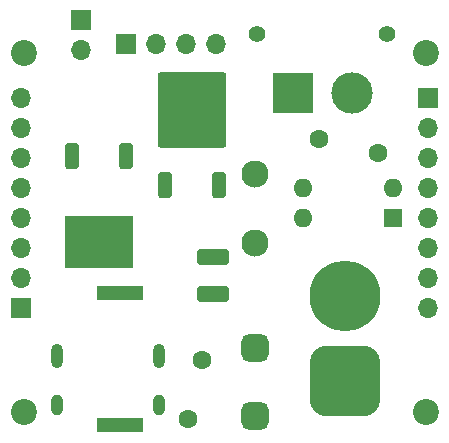
<source format=gbr>
%TF.GenerationSoftware,KiCad,Pcbnew,7.0.11*%
%TF.CreationDate,2025-01-11T04:22:48+09:00*%
%TF.ProjectId,PSU,5053552e-6b69-4636-9164-5f7063625858,rev?*%
%TF.SameCoordinates,Original*%
%TF.FileFunction,Soldermask,Bot*%
%TF.FilePolarity,Negative*%
%FSLAX46Y46*%
G04 Gerber Fmt 4.6, Leading zero omitted, Abs format (unit mm)*
G04 Created by KiCad (PCBNEW 7.0.11) date 2025-01-11 04:22:48*
%MOMM*%
%LPD*%
G01*
G04 APERTURE LIST*
G04 Aperture macros list*
%AMRoundRect*
0 Rectangle with rounded corners*
0 $1 Rounding radius*
0 $2 $3 $4 $5 $6 $7 $8 $9 X,Y pos of 4 corners*
0 Add a 4 corners polygon primitive as box body*
4,1,4,$2,$3,$4,$5,$6,$7,$8,$9,$2,$3,0*
0 Add four circle primitives for the rounded corners*
1,1,$1+$1,$2,$3*
1,1,$1+$1,$4,$5*
1,1,$1+$1,$6,$7*
1,1,$1+$1,$8,$9*
0 Add four rect primitives between the rounded corners*
20,1,$1+$1,$2,$3,$4,$5,0*
20,1,$1+$1,$4,$5,$6,$7,0*
20,1,$1+$1,$6,$7,$8,$9,0*
20,1,$1+$1,$8,$9,$2,$3,0*%
G04 Aperture macros list end*
%ADD10O,1.000000X2.100000*%
%ADD11O,1.000000X1.800000*%
%ADD12C,2.200000*%
%ADD13RoundRect,0.192239X-2.707761X2.037761X-2.707761X-2.037761X2.707761X-2.037761X2.707761X2.037761X0*%
%ADD14RoundRect,0.250000X-0.350000X0.850000X-0.350000X-0.850000X0.350000X-0.850000X0.350000X0.850000X0*%
%ADD15RoundRect,0.575000X0.575000X-0.575000X0.575000X0.575000X-0.575000X0.575000X-0.575000X-0.575000X0*%
%ADD16C,2.300000*%
%ADD17R,1.700000X1.700000*%
%ADD18O,1.700000X1.700000*%
%ADD19RoundRect,1.500000X1.500000X-1.500000X1.500000X1.500000X-1.500000X1.500000X-1.500000X-1.500000X0*%
%ADD20C,6.000000*%
%ADD21C,1.600000*%
%ADD22R,1.600000X1.600000*%
%ADD23O,1.600000X1.600000*%
%ADD24C,1.400000*%
%ADD25R,3.500000X3.500000*%
%ADD26C,3.500000*%
%ADD27RoundRect,0.250000X-1.100000X0.412500X-1.100000X-0.412500X1.100000X-0.412500X1.100000X0.412500X0*%
%ADD28R,4.000000X1.200000*%
%ADD29RoundRect,0.249997X2.650003X-2.950003X2.650003X2.950003X-2.650003X2.950003X-2.650003X-2.950003X0*%
%ADD30RoundRect,0.250000X0.350000X-0.850000X0.350000X0.850000X-0.350000X0.850000X-0.350000X-0.850000X0*%
G04 APERTURE END LIST*
D10*
%TO.C,J1*%
X138176000Y-113227000D03*
D11*
X138176000Y-117407000D03*
D10*
X146816000Y-113227000D03*
D11*
X146816000Y-117407000D03*
%TD*%
D12*
%TO.C,REF\u002A\u002A*%
X135340000Y-87630000D03*
%TD*%
%TO.C,REF\u002A\u002A*%
X169360000Y-87640000D03*
%TD*%
%TO.C,REF\u002A\u002A*%
X169360000Y-118010000D03*
%TD*%
%TO.C,REF\u002A\u002A*%
X135350000Y-117990000D03*
%TD*%
D13*
%TO.C,U4*%
X141732000Y-103576000D03*
D14*
X139452000Y-96306000D03*
X144012000Y-96306000D03*
%TD*%
D15*
%TO.C,F1*%
X154940000Y-118364000D03*
X154940000Y-112564000D03*
D16*
X154940000Y-103664000D03*
X154940000Y-97864000D03*
%TD*%
D17*
%TO.C,J4*%
X144018000Y-86868000D03*
D18*
X146558000Y-86868000D03*
X149098000Y-86868000D03*
X151638000Y-86868000D03*
%TD*%
D17*
%TO.C,J2*%
X135128000Y-109220000D03*
D18*
X135128000Y-106680000D03*
X135128000Y-104140000D03*
X135128000Y-101600000D03*
X135128000Y-99060000D03*
X135128000Y-96520000D03*
X135128000Y-93980000D03*
X135128000Y-91440000D03*
%TD*%
D19*
%TO.C,BT1*%
X162560000Y-115360000D03*
D20*
X162560000Y-108160000D03*
%TD*%
D21*
%TO.C,RV2*%
X160354000Y-94904000D03*
X165354000Y-96104000D03*
%TD*%
D22*
%TO.C,U3*%
X166614000Y-101605000D03*
D23*
X166614000Y-99065000D03*
X158994000Y-99065000D03*
X158994000Y-101605000D03*
%TD*%
D24*
%TO.C,J5*%
X155116000Y-85986000D03*
X166116000Y-85986000D03*
D25*
X158116000Y-90986000D03*
D26*
X163116000Y-90986000D03*
%TD*%
D17*
%TO.C,J3*%
X169570000Y-91440000D03*
D18*
X169570000Y-93980000D03*
X169570000Y-96520000D03*
X169570000Y-99060000D03*
X169570000Y-101600000D03*
X169570000Y-104140000D03*
X169570000Y-106680000D03*
X169570000Y-109220000D03*
%TD*%
D21*
%TO.C,RV1*%
X150460000Y-113578000D03*
X149260000Y-118578000D03*
%TD*%
D17*
%TO.C,J6*%
X140208000Y-84836000D03*
D18*
X140208000Y-87376000D03*
%TD*%
D27*
%TO.C,C10*%
X151384000Y-104863500D03*
X151384000Y-107988500D03*
%TD*%
D28*
%TO.C,BZ1*%
X143510000Y-107938000D03*
X143510000Y-119138000D03*
%TD*%
D29*
%TO.C,Q1*%
X149606000Y-92456000D03*
D30*
X151886000Y-98756000D03*
X147326000Y-98756000D03*
%TD*%
M02*

</source>
